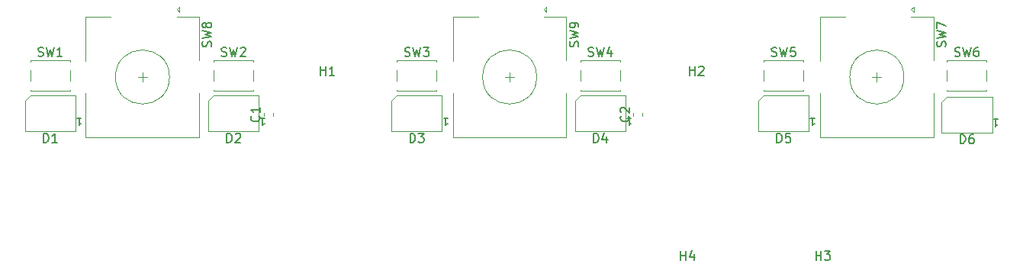
<source format=gbr>
%TF.GenerationSoftware,KiCad,Pcbnew,8.0.8*%
%TF.CreationDate,2025-04-07T15:23:35+02:00*%
%TF.ProjectId,tv25-btn+Rot,74763235-2d62-4746-9e2b-526f742e6b69,rev?*%
%TF.SameCoordinates,Original*%
%TF.FileFunction,Legend,Top*%
%TF.FilePolarity,Positive*%
%FSLAX46Y46*%
G04 Gerber Fmt 4.6, Leading zero omitted, Abs format (unit mm)*
G04 Created by KiCad (PCBNEW 8.0.8) date 2025-04-07 15:23:35*
%MOMM*%
%LPD*%
G01*
G04 APERTURE LIST*
%ADD10C,0.150000*%
%ADD11C,0.120000*%
G04 APERTURE END LIST*
D10*
X148616667Y-48607200D02*
X148759524Y-48654819D01*
X148759524Y-48654819D02*
X148997619Y-48654819D01*
X148997619Y-48654819D02*
X149092857Y-48607200D01*
X149092857Y-48607200D02*
X149140476Y-48559580D01*
X149140476Y-48559580D02*
X149188095Y-48464342D01*
X149188095Y-48464342D02*
X149188095Y-48369104D01*
X149188095Y-48369104D02*
X149140476Y-48273866D01*
X149140476Y-48273866D02*
X149092857Y-48226247D01*
X149092857Y-48226247D02*
X148997619Y-48178628D01*
X148997619Y-48178628D02*
X148807143Y-48131009D01*
X148807143Y-48131009D02*
X148711905Y-48083390D01*
X148711905Y-48083390D02*
X148664286Y-48035771D01*
X148664286Y-48035771D02*
X148616667Y-47940533D01*
X148616667Y-47940533D02*
X148616667Y-47845295D01*
X148616667Y-47845295D02*
X148664286Y-47750057D01*
X148664286Y-47750057D02*
X148711905Y-47702438D01*
X148711905Y-47702438D02*
X148807143Y-47654819D01*
X148807143Y-47654819D02*
X149045238Y-47654819D01*
X149045238Y-47654819D02*
X149188095Y-47702438D01*
X149521429Y-47654819D02*
X149759524Y-48654819D01*
X149759524Y-48654819D02*
X149950000Y-47940533D01*
X149950000Y-47940533D02*
X150140476Y-48654819D01*
X150140476Y-48654819D02*
X150378572Y-47654819D01*
X150664286Y-47654819D02*
X151283333Y-47654819D01*
X151283333Y-47654819D02*
X150950000Y-48035771D01*
X150950000Y-48035771D02*
X151092857Y-48035771D01*
X151092857Y-48035771D02*
X151188095Y-48083390D01*
X151188095Y-48083390D02*
X151235714Y-48131009D01*
X151235714Y-48131009D02*
X151283333Y-48226247D01*
X151283333Y-48226247D02*
X151283333Y-48464342D01*
X151283333Y-48464342D02*
X151235714Y-48559580D01*
X151235714Y-48559580D02*
X151188095Y-48607200D01*
X151188095Y-48607200D02*
X151092857Y-48654819D01*
X151092857Y-48654819D02*
X150807143Y-48654819D01*
X150807143Y-48654819D02*
X150711905Y-48607200D01*
X150711905Y-48607200D02*
X150664286Y-48559580D01*
X107916667Y-48607200D02*
X108059524Y-48654819D01*
X108059524Y-48654819D02*
X108297619Y-48654819D01*
X108297619Y-48654819D02*
X108392857Y-48607200D01*
X108392857Y-48607200D02*
X108440476Y-48559580D01*
X108440476Y-48559580D02*
X108488095Y-48464342D01*
X108488095Y-48464342D02*
X108488095Y-48369104D01*
X108488095Y-48369104D02*
X108440476Y-48273866D01*
X108440476Y-48273866D02*
X108392857Y-48226247D01*
X108392857Y-48226247D02*
X108297619Y-48178628D01*
X108297619Y-48178628D02*
X108107143Y-48131009D01*
X108107143Y-48131009D02*
X108011905Y-48083390D01*
X108011905Y-48083390D02*
X107964286Y-48035771D01*
X107964286Y-48035771D02*
X107916667Y-47940533D01*
X107916667Y-47940533D02*
X107916667Y-47845295D01*
X107916667Y-47845295D02*
X107964286Y-47750057D01*
X107964286Y-47750057D02*
X108011905Y-47702438D01*
X108011905Y-47702438D02*
X108107143Y-47654819D01*
X108107143Y-47654819D02*
X108345238Y-47654819D01*
X108345238Y-47654819D02*
X108488095Y-47702438D01*
X108821429Y-47654819D02*
X109059524Y-48654819D01*
X109059524Y-48654819D02*
X109250000Y-47940533D01*
X109250000Y-47940533D02*
X109440476Y-48654819D01*
X109440476Y-48654819D02*
X109678572Y-47654819D01*
X110583333Y-48654819D02*
X110011905Y-48654819D01*
X110297619Y-48654819D02*
X110297619Y-47654819D01*
X110297619Y-47654819D02*
X110202381Y-47797676D01*
X110202381Y-47797676D02*
X110107143Y-47892914D01*
X110107143Y-47892914D02*
X110011905Y-47940533D01*
X209666667Y-48607200D02*
X209809524Y-48654819D01*
X209809524Y-48654819D02*
X210047619Y-48654819D01*
X210047619Y-48654819D02*
X210142857Y-48607200D01*
X210142857Y-48607200D02*
X210190476Y-48559580D01*
X210190476Y-48559580D02*
X210238095Y-48464342D01*
X210238095Y-48464342D02*
X210238095Y-48369104D01*
X210238095Y-48369104D02*
X210190476Y-48273866D01*
X210190476Y-48273866D02*
X210142857Y-48226247D01*
X210142857Y-48226247D02*
X210047619Y-48178628D01*
X210047619Y-48178628D02*
X209857143Y-48131009D01*
X209857143Y-48131009D02*
X209761905Y-48083390D01*
X209761905Y-48083390D02*
X209714286Y-48035771D01*
X209714286Y-48035771D02*
X209666667Y-47940533D01*
X209666667Y-47940533D02*
X209666667Y-47845295D01*
X209666667Y-47845295D02*
X209714286Y-47750057D01*
X209714286Y-47750057D02*
X209761905Y-47702438D01*
X209761905Y-47702438D02*
X209857143Y-47654819D01*
X209857143Y-47654819D02*
X210095238Y-47654819D01*
X210095238Y-47654819D02*
X210238095Y-47702438D01*
X210571429Y-47654819D02*
X210809524Y-48654819D01*
X210809524Y-48654819D02*
X211000000Y-47940533D01*
X211000000Y-47940533D02*
X211190476Y-48654819D01*
X211190476Y-48654819D02*
X211428572Y-47654819D01*
X212238095Y-47654819D02*
X212047619Y-47654819D01*
X212047619Y-47654819D02*
X211952381Y-47702438D01*
X211952381Y-47702438D02*
X211904762Y-47750057D01*
X211904762Y-47750057D02*
X211809524Y-47892914D01*
X211809524Y-47892914D02*
X211761905Y-48083390D01*
X211761905Y-48083390D02*
X211761905Y-48464342D01*
X211761905Y-48464342D02*
X211809524Y-48559580D01*
X211809524Y-48559580D02*
X211857143Y-48607200D01*
X211857143Y-48607200D02*
X211952381Y-48654819D01*
X211952381Y-48654819D02*
X212142857Y-48654819D01*
X212142857Y-48654819D02*
X212238095Y-48607200D01*
X212238095Y-48607200D02*
X212285714Y-48559580D01*
X212285714Y-48559580D02*
X212333333Y-48464342D01*
X212333333Y-48464342D02*
X212333333Y-48226247D01*
X212333333Y-48226247D02*
X212285714Y-48131009D01*
X212285714Y-48131009D02*
X212238095Y-48083390D01*
X212238095Y-48083390D02*
X212142857Y-48035771D01*
X212142857Y-48035771D02*
X211952381Y-48035771D01*
X211952381Y-48035771D02*
X211857143Y-48083390D01*
X211857143Y-48083390D02*
X211809524Y-48131009D01*
X211809524Y-48131009D02*
X211761905Y-48226247D01*
X189316667Y-48607200D02*
X189459524Y-48654819D01*
X189459524Y-48654819D02*
X189697619Y-48654819D01*
X189697619Y-48654819D02*
X189792857Y-48607200D01*
X189792857Y-48607200D02*
X189840476Y-48559580D01*
X189840476Y-48559580D02*
X189888095Y-48464342D01*
X189888095Y-48464342D02*
X189888095Y-48369104D01*
X189888095Y-48369104D02*
X189840476Y-48273866D01*
X189840476Y-48273866D02*
X189792857Y-48226247D01*
X189792857Y-48226247D02*
X189697619Y-48178628D01*
X189697619Y-48178628D02*
X189507143Y-48131009D01*
X189507143Y-48131009D02*
X189411905Y-48083390D01*
X189411905Y-48083390D02*
X189364286Y-48035771D01*
X189364286Y-48035771D02*
X189316667Y-47940533D01*
X189316667Y-47940533D02*
X189316667Y-47845295D01*
X189316667Y-47845295D02*
X189364286Y-47750057D01*
X189364286Y-47750057D02*
X189411905Y-47702438D01*
X189411905Y-47702438D02*
X189507143Y-47654819D01*
X189507143Y-47654819D02*
X189745238Y-47654819D01*
X189745238Y-47654819D02*
X189888095Y-47702438D01*
X190221429Y-47654819D02*
X190459524Y-48654819D01*
X190459524Y-48654819D02*
X190650000Y-47940533D01*
X190650000Y-47940533D02*
X190840476Y-48654819D01*
X190840476Y-48654819D02*
X191078572Y-47654819D01*
X191935714Y-47654819D02*
X191459524Y-47654819D01*
X191459524Y-47654819D02*
X191411905Y-48131009D01*
X191411905Y-48131009D02*
X191459524Y-48083390D01*
X191459524Y-48083390D02*
X191554762Y-48035771D01*
X191554762Y-48035771D02*
X191792857Y-48035771D01*
X191792857Y-48035771D02*
X191888095Y-48083390D01*
X191888095Y-48083390D02*
X191935714Y-48131009D01*
X191935714Y-48131009D02*
X191983333Y-48226247D01*
X191983333Y-48226247D02*
X191983333Y-48464342D01*
X191983333Y-48464342D02*
X191935714Y-48559580D01*
X191935714Y-48559580D02*
X191888095Y-48607200D01*
X191888095Y-48607200D02*
X191792857Y-48654819D01*
X191792857Y-48654819D02*
X191554762Y-48654819D01*
X191554762Y-48654819D02*
X191459524Y-48607200D01*
X191459524Y-48607200D02*
X191411905Y-48559580D01*
X168966667Y-48607200D02*
X169109524Y-48654819D01*
X169109524Y-48654819D02*
X169347619Y-48654819D01*
X169347619Y-48654819D02*
X169442857Y-48607200D01*
X169442857Y-48607200D02*
X169490476Y-48559580D01*
X169490476Y-48559580D02*
X169538095Y-48464342D01*
X169538095Y-48464342D02*
X169538095Y-48369104D01*
X169538095Y-48369104D02*
X169490476Y-48273866D01*
X169490476Y-48273866D02*
X169442857Y-48226247D01*
X169442857Y-48226247D02*
X169347619Y-48178628D01*
X169347619Y-48178628D02*
X169157143Y-48131009D01*
X169157143Y-48131009D02*
X169061905Y-48083390D01*
X169061905Y-48083390D02*
X169014286Y-48035771D01*
X169014286Y-48035771D02*
X168966667Y-47940533D01*
X168966667Y-47940533D02*
X168966667Y-47845295D01*
X168966667Y-47845295D02*
X169014286Y-47750057D01*
X169014286Y-47750057D02*
X169061905Y-47702438D01*
X169061905Y-47702438D02*
X169157143Y-47654819D01*
X169157143Y-47654819D02*
X169395238Y-47654819D01*
X169395238Y-47654819D02*
X169538095Y-47702438D01*
X169871429Y-47654819D02*
X170109524Y-48654819D01*
X170109524Y-48654819D02*
X170300000Y-47940533D01*
X170300000Y-47940533D02*
X170490476Y-48654819D01*
X170490476Y-48654819D02*
X170728572Y-47654819D01*
X171538095Y-47988152D02*
X171538095Y-48654819D01*
X171300000Y-47607200D02*
X171061905Y-48321485D01*
X171061905Y-48321485D02*
X171680952Y-48321485D01*
X167857200Y-47583332D02*
X167904819Y-47440475D01*
X167904819Y-47440475D02*
X167904819Y-47202380D01*
X167904819Y-47202380D02*
X167857200Y-47107142D01*
X167857200Y-47107142D02*
X167809580Y-47059523D01*
X167809580Y-47059523D02*
X167714342Y-47011904D01*
X167714342Y-47011904D02*
X167619104Y-47011904D01*
X167619104Y-47011904D02*
X167523866Y-47059523D01*
X167523866Y-47059523D02*
X167476247Y-47107142D01*
X167476247Y-47107142D02*
X167428628Y-47202380D01*
X167428628Y-47202380D02*
X167381009Y-47392856D01*
X167381009Y-47392856D02*
X167333390Y-47488094D01*
X167333390Y-47488094D02*
X167285771Y-47535713D01*
X167285771Y-47535713D02*
X167190533Y-47583332D01*
X167190533Y-47583332D02*
X167095295Y-47583332D01*
X167095295Y-47583332D02*
X167000057Y-47535713D01*
X167000057Y-47535713D02*
X166952438Y-47488094D01*
X166952438Y-47488094D02*
X166904819Y-47392856D01*
X166904819Y-47392856D02*
X166904819Y-47154761D01*
X166904819Y-47154761D02*
X166952438Y-47011904D01*
X166904819Y-46678570D02*
X167904819Y-46440475D01*
X167904819Y-46440475D02*
X167190533Y-46249999D01*
X167190533Y-46249999D02*
X167904819Y-46059523D01*
X167904819Y-46059523D02*
X166904819Y-45821428D01*
X167904819Y-45392856D02*
X167904819Y-45202380D01*
X167904819Y-45202380D02*
X167857200Y-45107142D01*
X167857200Y-45107142D02*
X167809580Y-45059523D01*
X167809580Y-45059523D02*
X167666723Y-44964285D01*
X167666723Y-44964285D02*
X167476247Y-44916666D01*
X167476247Y-44916666D02*
X167095295Y-44916666D01*
X167095295Y-44916666D02*
X167000057Y-44964285D01*
X167000057Y-44964285D02*
X166952438Y-45011904D01*
X166952438Y-45011904D02*
X166904819Y-45107142D01*
X166904819Y-45107142D02*
X166904819Y-45297618D01*
X166904819Y-45297618D02*
X166952438Y-45392856D01*
X166952438Y-45392856D02*
X167000057Y-45440475D01*
X167000057Y-45440475D02*
X167095295Y-45488094D01*
X167095295Y-45488094D02*
X167333390Y-45488094D01*
X167333390Y-45488094D02*
X167428628Y-45440475D01*
X167428628Y-45440475D02*
X167476247Y-45392856D01*
X167476247Y-45392856D02*
X167523866Y-45297618D01*
X167523866Y-45297618D02*
X167523866Y-45107142D01*
X167523866Y-45107142D02*
X167476247Y-45011904D01*
X167476247Y-45011904D02*
X167428628Y-44964285D01*
X167428628Y-44964285D02*
X167333390Y-44916666D01*
X180238095Y-50754819D02*
X180238095Y-49754819D01*
X180238095Y-50231009D02*
X180809523Y-50231009D01*
X180809523Y-50754819D02*
X180809523Y-49754819D01*
X181238095Y-49850057D02*
X181285714Y-49802438D01*
X181285714Y-49802438D02*
X181380952Y-49754819D01*
X181380952Y-49754819D02*
X181619047Y-49754819D01*
X181619047Y-49754819D02*
X181714285Y-49802438D01*
X181714285Y-49802438D02*
X181761904Y-49850057D01*
X181761904Y-49850057D02*
X181809523Y-49945295D01*
X181809523Y-49945295D02*
X181809523Y-50040533D01*
X181809523Y-50040533D02*
X181761904Y-50183390D01*
X181761904Y-50183390D02*
X181190476Y-50754819D01*
X181190476Y-50754819D02*
X181809523Y-50754819D01*
X139238095Y-50754819D02*
X139238095Y-49754819D01*
X139238095Y-50231009D02*
X139809523Y-50231009D01*
X139809523Y-50754819D02*
X139809523Y-49754819D01*
X140809523Y-50754819D02*
X140238095Y-50754819D01*
X140523809Y-50754819D02*
X140523809Y-49754819D01*
X140523809Y-49754819D02*
X140428571Y-49897676D01*
X140428571Y-49897676D02*
X140333333Y-49992914D01*
X140333333Y-49992914D02*
X140238095Y-50040533D01*
X132429580Y-55271666D02*
X132477200Y-55319285D01*
X132477200Y-55319285D02*
X132524819Y-55462142D01*
X132524819Y-55462142D02*
X132524819Y-55557380D01*
X132524819Y-55557380D02*
X132477200Y-55700237D01*
X132477200Y-55700237D02*
X132381961Y-55795475D01*
X132381961Y-55795475D02*
X132286723Y-55843094D01*
X132286723Y-55843094D02*
X132096247Y-55890713D01*
X132096247Y-55890713D02*
X131953390Y-55890713D01*
X131953390Y-55890713D02*
X131762914Y-55843094D01*
X131762914Y-55843094D02*
X131667676Y-55795475D01*
X131667676Y-55795475D02*
X131572438Y-55700237D01*
X131572438Y-55700237D02*
X131524819Y-55557380D01*
X131524819Y-55557380D02*
X131524819Y-55462142D01*
X131524819Y-55462142D02*
X131572438Y-55319285D01*
X131572438Y-55319285D02*
X131620057Y-55271666D01*
X132524819Y-54319285D02*
X132524819Y-54890713D01*
X132524819Y-54604999D02*
X131524819Y-54604999D01*
X131524819Y-54604999D02*
X131667676Y-54700237D01*
X131667676Y-54700237D02*
X131762914Y-54795475D01*
X131762914Y-54795475D02*
X131810533Y-54890713D01*
X189911905Y-58209819D02*
X189911905Y-57209819D01*
X189911905Y-57209819D02*
X190150000Y-57209819D01*
X190150000Y-57209819D02*
X190292857Y-57257438D01*
X190292857Y-57257438D02*
X190388095Y-57352676D01*
X190388095Y-57352676D02*
X190435714Y-57447914D01*
X190435714Y-57447914D02*
X190483333Y-57638390D01*
X190483333Y-57638390D02*
X190483333Y-57781247D01*
X190483333Y-57781247D02*
X190435714Y-57971723D01*
X190435714Y-57971723D02*
X190388095Y-58066961D01*
X190388095Y-58066961D02*
X190292857Y-58162200D01*
X190292857Y-58162200D02*
X190150000Y-58209819D01*
X190150000Y-58209819D02*
X189911905Y-58209819D01*
X191388095Y-57209819D02*
X190911905Y-57209819D01*
X190911905Y-57209819D02*
X190864286Y-57686009D01*
X190864286Y-57686009D02*
X190911905Y-57638390D01*
X190911905Y-57638390D02*
X191007143Y-57590771D01*
X191007143Y-57590771D02*
X191245238Y-57590771D01*
X191245238Y-57590771D02*
X191340476Y-57638390D01*
X191340476Y-57638390D02*
X191388095Y-57686009D01*
X191388095Y-57686009D02*
X191435714Y-57781247D01*
X191435714Y-57781247D02*
X191435714Y-58019342D01*
X191435714Y-58019342D02*
X191388095Y-58114580D01*
X191388095Y-58114580D02*
X191340476Y-58162200D01*
X191340476Y-58162200D02*
X191245238Y-58209819D01*
X191245238Y-58209819D02*
X191007143Y-58209819D01*
X191007143Y-58209819D02*
X190911905Y-58162200D01*
X190911905Y-58162200D02*
X190864286Y-58114580D01*
X193621428Y-55517704D02*
X194078571Y-55517704D01*
X193849999Y-55517704D02*
X193849999Y-56317704D01*
X193849999Y-56317704D02*
X193926190Y-56203419D01*
X193926190Y-56203419D02*
X194002380Y-56127228D01*
X194002380Y-56127228D02*
X194078571Y-56089133D01*
X169561905Y-58209819D02*
X169561905Y-57209819D01*
X169561905Y-57209819D02*
X169800000Y-57209819D01*
X169800000Y-57209819D02*
X169942857Y-57257438D01*
X169942857Y-57257438D02*
X170038095Y-57352676D01*
X170038095Y-57352676D02*
X170085714Y-57447914D01*
X170085714Y-57447914D02*
X170133333Y-57638390D01*
X170133333Y-57638390D02*
X170133333Y-57781247D01*
X170133333Y-57781247D02*
X170085714Y-57971723D01*
X170085714Y-57971723D02*
X170038095Y-58066961D01*
X170038095Y-58066961D02*
X169942857Y-58162200D01*
X169942857Y-58162200D02*
X169800000Y-58209819D01*
X169800000Y-58209819D02*
X169561905Y-58209819D01*
X170990476Y-57543152D02*
X170990476Y-58209819D01*
X170752381Y-57162200D02*
X170514286Y-57876485D01*
X170514286Y-57876485D02*
X171133333Y-57876485D01*
X173271428Y-55517704D02*
X173728571Y-55517704D01*
X173499999Y-55517704D02*
X173499999Y-56317704D01*
X173499999Y-56317704D02*
X173576190Y-56203419D01*
X173576190Y-56203419D02*
X173652380Y-56127228D01*
X173652380Y-56127228D02*
X173728571Y-56089133D01*
X149211905Y-58209819D02*
X149211905Y-57209819D01*
X149211905Y-57209819D02*
X149450000Y-57209819D01*
X149450000Y-57209819D02*
X149592857Y-57257438D01*
X149592857Y-57257438D02*
X149688095Y-57352676D01*
X149688095Y-57352676D02*
X149735714Y-57447914D01*
X149735714Y-57447914D02*
X149783333Y-57638390D01*
X149783333Y-57638390D02*
X149783333Y-57781247D01*
X149783333Y-57781247D02*
X149735714Y-57971723D01*
X149735714Y-57971723D02*
X149688095Y-58066961D01*
X149688095Y-58066961D02*
X149592857Y-58162200D01*
X149592857Y-58162200D02*
X149450000Y-58209819D01*
X149450000Y-58209819D02*
X149211905Y-58209819D01*
X150116667Y-57209819D02*
X150735714Y-57209819D01*
X150735714Y-57209819D02*
X150402381Y-57590771D01*
X150402381Y-57590771D02*
X150545238Y-57590771D01*
X150545238Y-57590771D02*
X150640476Y-57638390D01*
X150640476Y-57638390D02*
X150688095Y-57686009D01*
X150688095Y-57686009D02*
X150735714Y-57781247D01*
X150735714Y-57781247D02*
X150735714Y-58019342D01*
X150735714Y-58019342D02*
X150688095Y-58114580D01*
X150688095Y-58114580D02*
X150640476Y-58162200D01*
X150640476Y-58162200D02*
X150545238Y-58209819D01*
X150545238Y-58209819D02*
X150259524Y-58209819D01*
X150259524Y-58209819D02*
X150164286Y-58162200D01*
X150164286Y-58162200D02*
X150116667Y-58114580D01*
X152921428Y-55517704D02*
X153378571Y-55517704D01*
X153149999Y-55517704D02*
X153149999Y-56317704D01*
X153149999Y-56317704D02*
X153226190Y-56203419D01*
X153226190Y-56203419D02*
X153302380Y-56127228D01*
X153302380Y-56127228D02*
X153378571Y-56089133D01*
X108511905Y-58209819D02*
X108511905Y-57209819D01*
X108511905Y-57209819D02*
X108750000Y-57209819D01*
X108750000Y-57209819D02*
X108892857Y-57257438D01*
X108892857Y-57257438D02*
X108988095Y-57352676D01*
X108988095Y-57352676D02*
X109035714Y-57447914D01*
X109035714Y-57447914D02*
X109083333Y-57638390D01*
X109083333Y-57638390D02*
X109083333Y-57781247D01*
X109083333Y-57781247D02*
X109035714Y-57971723D01*
X109035714Y-57971723D02*
X108988095Y-58066961D01*
X108988095Y-58066961D02*
X108892857Y-58162200D01*
X108892857Y-58162200D02*
X108750000Y-58209819D01*
X108750000Y-58209819D02*
X108511905Y-58209819D01*
X110035714Y-58209819D02*
X109464286Y-58209819D01*
X109750000Y-58209819D02*
X109750000Y-57209819D01*
X109750000Y-57209819D02*
X109654762Y-57352676D01*
X109654762Y-57352676D02*
X109559524Y-57447914D01*
X109559524Y-57447914D02*
X109464286Y-57495533D01*
X112221428Y-55517704D02*
X112678571Y-55517704D01*
X112449999Y-55517704D02*
X112449999Y-56317704D01*
X112449999Y-56317704D02*
X112526190Y-56203419D01*
X112526190Y-56203419D02*
X112602380Y-56127228D01*
X112602380Y-56127228D02*
X112678571Y-56089133D01*
X179238095Y-71254819D02*
X179238095Y-70254819D01*
X179238095Y-70731009D02*
X179809523Y-70731009D01*
X179809523Y-71254819D02*
X179809523Y-70254819D01*
X180714285Y-70588152D02*
X180714285Y-71254819D01*
X180476190Y-70207200D02*
X180238095Y-70921485D01*
X180238095Y-70921485D02*
X180857142Y-70921485D01*
X210261905Y-58329819D02*
X210261905Y-57329819D01*
X210261905Y-57329819D02*
X210500000Y-57329819D01*
X210500000Y-57329819D02*
X210642857Y-57377438D01*
X210642857Y-57377438D02*
X210738095Y-57472676D01*
X210738095Y-57472676D02*
X210785714Y-57567914D01*
X210785714Y-57567914D02*
X210833333Y-57758390D01*
X210833333Y-57758390D02*
X210833333Y-57901247D01*
X210833333Y-57901247D02*
X210785714Y-58091723D01*
X210785714Y-58091723D02*
X210738095Y-58186961D01*
X210738095Y-58186961D02*
X210642857Y-58282200D01*
X210642857Y-58282200D02*
X210500000Y-58329819D01*
X210500000Y-58329819D02*
X210261905Y-58329819D01*
X211690476Y-57329819D02*
X211500000Y-57329819D01*
X211500000Y-57329819D02*
X211404762Y-57377438D01*
X211404762Y-57377438D02*
X211357143Y-57425057D01*
X211357143Y-57425057D02*
X211261905Y-57567914D01*
X211261905Y-57567914D02*
X211214286Y-57758390D01*
X211214286Y-57758390D02*
X211214286Y-58139342D01*
X211214286Y-58139342D02*
X211261905Y-58234580D01*
X211261905Y-58234580D02*
X211309524Y-58282200D01*
X211309524Y-58282200D02*
X211404762Y-58329819D01*
X211404762Y-58329819D02*
X211595238Y-58329819D01*
X211595238Y-58329819D02*
X211690476Y-58282200D01*
X211690476Y-58282200D02*
X211738095Y-58234580D01*
X211738095Y-58234580D02*
X211785714Y-58139342D01*
X211785714Y-58139342D02*
X211785714Y-57901247D01*
X211785714Y-57901247D02*
X211738095Y-57806009D01*
X211738095Y-57806009D02*
X211690476Y-57758390D01*
X211690476Y-57758390D02*
X211595238Y-57710771D01*
X211595238Y-57710771D02*
X211404762Y-57710771D01*
X211404762Y-57710771D02*
X211309524Y-57758390D01*
X211309524Y-57758390D02*
X211261905Y-57806009D01*
X211261905Y-57806009D02*
X211214286Y-57901247D01*
X213971428Y-55637704D02*
X214428571Y-55637704D01*
X214199999Y-55637704D02*
X214199999Y-56437704D01*
X214199999Y-56437704D02*
X214276190Y-56323419D01*
X214276190Y-56323419D02*
X214352380Y-56247228D01*
X214352380Y-56247228D02*
X214428571Y-56209133D01*
X173429580Y-55271666D02*
X173477200Y-55319285D01*
X173477200Y-55319285D02*
X173524819Y-55462142D01*
X173524819Y-55462142D02*
X173524819Y-55557380D01*
X173524819Y-55557380D02*
X173477200Y-55700237D01*
X173477200Y-55700237D02*
X173381961Y-55795475D01*
X173381961Y-55795475D02*
X173286723Y-55843094D01*
X173286723Y-55843094D02*
X173096247Y-55890713D01*
X173096247Y-55890713D02*
X172953390Y-55890713D01*
X172953390Y-55890713D02*
X172762914Y-55843094D01*
X172762914Y-55843094D02*
X172667676Y-55795475D01*
X172667676Y-55795475D02*
X172572438Y-55700237D01*
X172572438Y-55700237D02*
X172524819Y-55557380D01*
X172524819Y-55557380D02*
X172524819Y-55462142D01*
X172524819Y-55462142D02*
X172572438Y-55319285D01*
X172572438Y-55319285D02*
X172620057Y-55271666D01*
X172620057Y-54890713D02*
X172572438Y-54843094D01*
X172572438Y-54843094D02*
X172524819Y-54747856D01*
X172524819Y-54747856D02*
X172524819Y-54509761D01*
X172524819Y-54509761D02*
X172572438Y-54414523D01*
X172572438Y-54414523D02*
X172620057Y-54366904D01*
X172620057Y-54366904D02*
X172715295Y-54319285D01*
X172715295Y-54319285D02*
X172810533Y-54319285D01*
X172810533Y-54319285D02*
X172953390Y-54366904D01*
X172953390Y-54366904D02*
X173524819Y-54938332D01*
X173524819Y-54938332D02*
X173524819Y-54319285D01*
X194238095Y-71254819D02*
X194238095Y-70254819D01*
X194238095Y-70731009D02*
X194809523Y-70731009D01*
X194809523Y-71254819D02*
X194809523Y-70254819D01*
X195190476Y-70254819D02*
X195809523Y-70254819D01*
X195809523Y-70254819D02*
X195476190Y-70635771D01*
X195476190Y-70635771D02*
X195619047Y-70635771D01*
X195619047Y-70635771D02*
X195714285Y-70683390D01*
X195714285Y-70683390D02*
X195761904Y-70731009D01*
X195761904Y-70731009D02*
X195809523Y-70826247D01*
X195809523Y-70826247D02*
X195809523Y-71064342D01*
X195809523Y-71064342D02*
X195761904Y-71159580D01*
X195761904Y-71159580D02*
X195714285Y-71207200D01*
X195714285Y-71207200D02*
X195619047Y-71254819D01*
X195619047Y-71254819D02*
X195333333Y-71254819D01*
X195333333Y-71254819D02*
X195238095Y-71207200D01*
X195238095Y-71207200D02*
X195190476Y-71159580D01*
X128266667Y-48607200D02*
X128409524Y-48654819D01*
X128409524Y-48654819D02*
X128647619Y-48654819D01*
X128647619Y-48654819D02*
X128742857Y-48607200D01*
X128742857Y-48607200D02*
X128790476Y-48559580D01*
X128790476Y-48559580D02*
X128838095Y-48464342D01*
X128838095Y-48464342D02*
X128838095Y-48369104D01*
X128838095Y-48369104D02*
X128790476Y-48273866D01*
X128790476Y-48273866D02*
X128742857Y-48226247D01*
X128742857Y-48226247D02*
X128647619Y-48178628D01*
X128647619Y-48178628D02*
X128457143Y-48131009D01*
X128457143Y-48131009D02*
X128361905Y-48083390D01*
X128361905Y-48083390D02*
X128314286Y-48035771D01*
X128314286Y-48035771D02*
X128266667Y-47940533D01*
X128266667Y-47940533D02*
X128266667Y-47845295D01*
X128266667Y-47845295D02*
X128314286Y-47750057D01*
X128314286Y-47750057D02*
X128361905Y-47702438D01*
X128361905Y-47702438D02*
X128457143Y-47654819D01*
X128457143Y-47654819D02*
X128695238Y-47654819D01*
X128695238Y-47654819D02*
X128838095Y-47702438D01*
X129171429Y-47654819D02*
X129409524Y-48654819D01*
X129409524Y-48654819D02*
X129600000Y-47940533D01*
X129600000Y-47940533D02*
X129790476Y-48654819D01*
X129790476Y-48654819D02*
X130028572Y-47654819D01*
X130361905Y-47750057D02*
X130409524Y-47702438D01*
X130409524Y-47702438D02*
X130504762Y-47654819D01*
X130504762Y-47654819D02*
X130742857Y-47654819D01*
X130742857Y-47654819D02*
X130838095Y-47702438D01*
X130838095Y-47702438D02*
X130885714Y-47750057D01*
X130885714Y-47750057D02*
X130933333Y-47845295D01*
X130933333Y-47845295D02*
X130933333Y-47940533D01*
X130933333Y-47940533D02*
X130885714Y-48083390D01*
X130885714Y-48083390D02*
X130314286Y-48654819D01*
X130314286Y-48654819D02*
X130933333Y-48654819D01*
X128861905Y-58209819D02*
X128861905Y-57209819D01*
X128861905Y-57209819D02*
X129100000Y-57209819D01*
X129100000Y-57209819D02*
X129242857Y-57257438D01*
X129242857Y-57257438D02*
X129338095Y-57352676D01*
X129338095Y-57352676D02*
X129385714Y-57447914D01*
X129385714Y-57447914D02*
X129433333Y-57638390D01*
X129433333Y-57638390D02*
X129433333Y-57781247D01*
X129433333Y-57781247D02*
X129385714Y-57971723D01*
X129385714Y-57971723D02*
X129338095Y-58066961D01*
X129338095Y-58066961D02*
X129242857Y-58162200D01*
X129242857Y-58162200D02*
X129100000Y-58209819D01*
X129100000Y-58209819D02*
X128861905Y-58209819D01*
X129814286Y-57305057D02*
X129861905Y-57257438D01*
X129861905Y-57257438D02*
X129957143Y-57209819D01*
X129957143Y-57209819D02*
X130195238Y-57209819D01*
X130195238Y-57209819D02*
X130290476Y-57257438D01*
X130290476Y-57257438D02*
X130338095Y-57305057D01*
X130338095Y-57305057D02*
X130385714Y-57400295D01*
X130385714Y-57400295D02*
X130385714Y-57495533D01*
X130385714Y-57495533D02*
X130338095Y-57638390D01*
X130338095Y-57638390D02*
X129766667Y-58209819D01*
X129766667Y-58209819D02*
X130385714Y-58209819D01*
X132571428Y-55517704D02*
X133028571Y-55517704D01*
X132799999Y-55517704D02*
X132799999Y-56317704D01*
X132799999Y-56317704D02*
X132876190Y-56203419D01*
X132876190Y-56203419D02*
X132952380Y-56127228D01*
X132952380Y-56127228D02*
X133028571Y-56089133D01*
X208607200Y-47583332D02*
X208654819Y-47440475D01*
X208654819Y-47440475D02*
X208654819Y-47202380D01*
X208654819Y-47202380D02*
X208607200Y-47107142D01*
X208607200Y-47107142D02*
X208559580Y-47059523D01*
X208559580Y-47059523D02*
X208464342Y-47011904D01*
X208464342Y-47011904D02*
X208369104Y-47011904D01*
X208369104Y-47011904D02*
X208273866Y-47059523D01*
X208273866Y-47059523D02*
X208226247Y-47107142D01*
X208226247Y-47107142D02*
X208178628Y-47202380D01*
X208178628Y-47202380D02*
X208131009Y-47392856D01*
X208131009Y-47392856D02*
X208083390Y-47488094D01*
X208083390Y-47488094D02*
X208035771Y-47535713D01*
X208035771Y-47535713D02*
X207940533Y-47583332D01*
X207940533Y-47583332D02*
X207845295Y-47583332D01*
X207845295Y-47583332D02*
X207750057Y-47535713D01*
X207750057Y-47535713D02*
X207702438Y-47488094D01*
X207702438Y-47488094D02*
X207654819Y-47392856D01*
X207654819Y-47392856D02*
X207654819Y-47154761D01*
X207654819Y-47154761D02*
X207702438Y-47011904D01*
X207654819Y-46678570D02*
X208654819Y-46440475D01*
X208654819Y-46440475D02*
X207940533Y-46249999D01*
X207940533Y-46249999D02*
X208654819Y-46059523D01*
X208654819Y-46059523D02*
X207654819Y-45821428D01*
X207654819Y-45535713D02*
X207654819Y-44869047D01*
X207654819Y-44869047D02*
X208654819Y-45297618D01*
X127107200Y-47583332D02*
X127154819Y-47440475D01*
X127154819Y-47440475D02*
X127154819Y-47202380D01*
X127154819Y-47202380D02*
X127107200Y-47107142D01*
X127107200Y-47107142D02*
X127059580Y-47059523D01*
X127059580Y-47059523D02*
X126964342Y-47011904D01*
X126964342Y-47011904D02*
X126869104Y-47011904D01*
X126869104Y-47011904D02*
X126773866Y-47059523D01*
X126773866Y-47059523D02*
X126726247Y-47107142D01*
X126726247Y-47107142D02*
X126678628Y-47202380D01*
X126678628Y-47202380D02*
X126631009Y-47392856D01*
X126631009Y-47392856D02*
X126583390Y-47488094D01*
X126583390Y-47488094D02*
X126535771Y-47535713D01*
X126535771Y-47535713D02*
X126440533Y-47583332D01*
X126440533Y-47583332D02*
X126345295Y-47583332D01*
X126345295Y-47583332D02*
X126250057Y-47535713D01*
X126250057Y-47535713D02*
X126202438Y-47488094D01*
X126202438Y-47488094D02*
X126154819Y-47392856D01*
X126154819Y-47392856D02*
X126154819Y-47154761D01*
X126154819Y-47154761D02*
X126202438Y-47011904D01*
X126154819Y-46678570D02*
X127154819Y-46440475D01*
X127154819Y-46440475D02*
X126440533Y-46249999D01*
X126440533Y-46249999D02*
X127154819Y-46059523D01*
X127154819Y-46059523D02*
X126154819Y-45821428D01*
X126583390Y-45297618D02*
X126535771Y-45392856D01*
X126535771Y-45392856D02*
X126488152Y-45440475D01*
X126488152Y-45440475D02*
X126392914Y-45488094D01*
X126392914Y-45488094D02*
X126345295Y-45488094D01*
X126345295Y-45488094D02*
X126250057Y-45440475D01*
X126250057Y-45440475D02*
X126202438Y-45392856D01*
X126202438Y-45392856D02*
X126154819Y-45297618D01*
X126154819Y-45297618D02*
X126154819Y-45107142D01*
X126154819Y-45107142D02*
X126202438Y-45011904D01*
X126202438Y-45011904D02*
X126250057Y-44964285D01*
X126250057Y-44964285D02*
X126345295Y-44916666D01*
X126345295Y-44916666D02*
X126392914Y-44916666D01*
X126392914Y-44916666D02*
X126488152Y-44964285D01*
X126488152Y-44964285D02*
X126535771Y-45011904D01*
X126535771Y-45011904D02*
X126583390Y-45107142D01*
X126583390Y-45107142D02*
X126583390Y-45297618D01*
X126583390Y-45297618D02*
X126631009Y-45392856D01*
X126631009Y-45392856D02*
X126678628Y-45440475D01*
X126678628Y-45440475D02*
X126773866Y-45488094D01*
X126773866Y-45488094D02*
X126964342Y-45488094D01*
X126964342Y-45488094D02*
X127059580Y-45440475D01*
X127059580Y-45440475D02*
X127107200Y-45392856D01*
X127107200Y-45392856D02*
X127154819Y-45297618D01*
X127154819Y-45297618D02*
X127154819Y-45107142D01*
X127154819Y-45107142D02*
X127107200Y-45011904D01*
X127107200Y-45011904D02*
X127059580Y-44964285D01*
X127059580Y-44964285D02*
X126964342Y-44916666D01*
X126964342Y-44916666D02*
X126773866Y-44916666D01*
X126773866Y-44916666D02*
X126678628Y-44964285D01*
X126678628Y-44964285D02*
X126631009Y-45011904D01*
X126631009Y-45011904D02*
X126583390Y-45107142D01*
D11*
%TO.C,SW3*%
X147750000Y-49100000D02*
X147750000Y-49220000D01*
X147750000Y-50230000D02*
X147750000Y-51370000D01*
X147750000Y-52380000D02*
X147750000Y-52500000D01*
X147750000Y-52500000D02*
X152150000Y-52500000D01*
X152150000Y-49100000D02*
X147750000Y-49100000D01*
X152150000Y-49220000D02*
X152150000Y-49100000D01*
X152150000Y-51370000D02*
X152150000Y-50230000D01*
X152150000Y-52500000D02*
X152150000Y-52380000D01*
%TO.C,SW1*%
X107050000Y-49100000D02*
X107050000Y-49220000D01*
X107050000Y-50230000D02*
X107050000Y-51370000D01*
X107050000Y-52380000D02*
X107050000Y-52500000D01*
X107050000Y-52500000D02*
X111450000Y-52500000D01*
X111450000Y-49100000D02*
X107050000Y-49100000D01*
X111450000Y-49220000D02*
X111450000Y-49100000D01*
X111450000Y-51370000D02*
X111450000Y-50230000D01*
X111450000Y-52500000D02*
X111450000Y-52380000D01*
%TO.C,SW6*%
X208800000Y-49100000D02*
X208800000Y-49220000D01*
X208800000Y-50230000D02*
X208800000Y-51370000D01*
X208800000Y-52380000D02*
X208800000Y-52500000D01*
X208800000Y-52500000D02*
X213200000Y-52500000D01*
X213200000Y-49100000D02*
X208800000Y-49100000D01*
X213200000Y-49220000D02*
X213200000Y-49100000D01*
X213200000Y-51370000D02*
X213200000Y-50230000D01*
X213200000Y-52500000D02*
X213200000Y-52380000D01*
%TO.C,SW5*%
X188450000Y-49100000D02*
X188450000Y-49220000D01*
X188450000Y-50230000D02*
X188450000Y-51370000D01*
X188450000Y-52380000D02*
X188450000Y-52500000D01*
X188450000Y-52500000D02*
X192850000Y-52500000D01*
X192850000Y-49100000D02*
X188450000Y-49100000D01*
X192850000Y-49220000D02*
X192850000Y-49100000D01*
X192850000Y-51370000D02*
X192850000Y-50230000D01*
X192850000Y-52500000D02*
X192850000Y-52380000D01*
%TO.C,SW4*%
X168100000Y-49100000D02*
X168100000Y-49220000D01*
X168100000Y-50230000D02*
X168100000Y-51370000D01*
X168100000Y-52380000D02*
X168100000Y-52500000D01*
X168100000Y-52500000D02*
X172500000Y-52500000D01*
X172500000Y-49100000D02*
X168100000Y-49100000D01*
X172500000Y-49220000D02*
X172500000Y-49100000D01*
X172500000Y-51370000D02*
X172500000Y-50230000D01*
X172500000Y-52500000D02*
X172500000Y-52380000D01*
%TO.C,SW9*%
X153950000Y-44250000D02*
X156750000Y-44250000D01*
X153950000Y-49150000D02*
X153950000Y-44250000D01*
X153950000Y-57650000D02*
X153950000Y-52750000D01*
X160250000Y-50450000D02*
X160250000Y-51450000D01*
X160750000Y-50950000D02*
X159750000Y-50950000D01*
X164050000Y-43450000D02*
X164350000Y-43150000D01*
X164350000Y-43150000D02*
X164350000Y-43750000D01*
X164350000Y-43750000D02*
X164050000Y-43450000D01*
X166550000Y-44250000D02*
X164050000Y-44250000D01*
X166550000Y-49050000D02*
X166550000Y-44250000D01*
X166550000Y-52750000D02*
X166550000Y-57650000D01*
X166550000Y-57650000D02*
X153950000Y-57650000D01*
X163250000Y-50950000D02*
G75*
G02*
X157250000Y-50950000I-3000000J0D01*
G01*
X157250000Y-50950000D02*
G75*
G02*
X163250000Y-50950000I3000000J0D01*
G01*
%TO.C,C1*%
X132990000Y-55245580D02*
X132990000Y-54964420D01*
X134010000Y-55245580D02*
X134010000Y-54964420D01*
%TO.C,D5*%
X187850000Y-53605000D02*
X187850000Y-57005000D01*
X187850000Y-53605000D02*
X188450000Y-53005000D01*
X193450000Y-53005000D02*
X188450000Y-53005000D01*
X193450000Y-57005000D02*
X187850000Y-57005000D01*
X193450000Y-57005000D02*
X193450000Y-53005000D01*
%TO.C,D4*%
X167500000Y-53605000D02*
X167500000Y-57005000D01*
X167500000Y-53605000D02*
X168100000Y-53005000D01*
X173100000Y-53005000D02*
X168100000Y-53005000D01*
X173100000Y-57005000D02*
X167500000Y-57005000D01*
X173100000Y-57005000D02*
X173100000Y-53005000D01*
%TO.C,D3*%
X147150000Y-53605000D02*
X147150000Y-57005000D01*
X147150000Y-53605000D02*
X147750000Y-53005000D01*
X152750000Y-53005000D02*
X147750000Y-53005000D01*
X152750000Y-57005000D02*
X147150000Y-57005000D01*
X152750000Y-57005000D02*
X152750000Y-53005000D01*
%TO.C,D1*%
X106450000Y-53605000D02*
X106450000Y-57005000D01*
X106450000Y-53605000D02*
X107050000Y-53005000D01*
X112050000Y-53005000D02*
X107050000Y-53005000D01*
X112050000Y-57005000D02*
X106450000Y-57005000D01*
X112050000Y-57005000D02*
X112050000Y-53005000D01*
%TO.C,D6*%
X208200000Y-53725000D02*
X208200000Y-57125000D01*
X208200000Y-53725000D02*
X208800000Y-53125000D01*
X213800000Y-53125000D02*
X208800000Y-53125000D01*
X213800000Y-57125000D02*
X208200000Y-57125000D01*
X213800000Y-57125000D02*
X213800000Y-53125000D01*
%TO.C,C2*%
X173990000Y-55245580D02*
X173990000Y-54964420D01*
X175010000Y-55245580D02*
X175010000Y-54964420D01*
%TO.C,SW2*%
X127400000Y-49100000D02*
X127400000Y-49220000D01*
X127400000Y-50230000D02*
X127400000Y-51370000D01*
X127400000Y-52380000D02*
X127400000Y-52500000D01*
X127400000Y-52500000D02*
X131800000Y-52500000D01*
X131800000Y-49100000D02*
X127400000Y-49100000D01*
X131800000Y-49220000D02*
X131800000Y-49100000D01*
X131800000Y-51370000D02*
X131800000Y-50230000D01*
X131800000Y-52500000D02*
X131800000Y-52380000D01*
%TO.C,D2*%
X126800000Y-53605000D02*
X126800000Y-57005000D01*
X126800000Y-53605000D02*
X127400000Y-53005000D01*
X132400000Y-53005000D02*
X127400000Y-53005000D01*
X132400000Y-57005000D02*
X126800000Y-57005000D01*
X132400000Y-57005000D02*
X132400000Y-53005000D01*
%TO.C,SW7*%
X194700000Y-44250000D02*
X197500000Y-44250000D01*
X194700000Y-49150000D02*
X194700000Y-44250000D01*
X194700000Y-57650000D02*
X194700000Y-52750000D01*
X201000000Y-50450000D02*
X201000000Y-51450000D01*
X201500000Y-50950000D02*
X200500000Y-50950000D01*
X204800000Y-43450000D02*
X205100000Y-43150000D01*
X205100000Y-43150000D02*
X205100000Y-43750000D01*
X205100000Y-43750000D02*
X204800000Y-43450000D01*
X207300000Y-44250000D02*
X204800000Y-44250000D01*
X207300000Y-49050000D02*
X207300000Y-44250000D01*
X207300000Y-52750000D02*
X207300000Y-57650000D01*
X207300000Y-57650000D02*
X194700000Y-57650000D01*
X204000000Y-50950000D02*
G75*
G02*
X198000000Y-50950000I-3000000J0D01*
G01*
X198000000Y-50950000D02*
G75*
G02*
X204000000Y-50950000I3000000J0D01*
G01*
%TO.C,SW8*%
X113200000Y-44250000D02*
X116000000Y-44250000D01*
X113200000Y-49150000D02*
X113200000Y-44250000D01*
X113200000Y-57650000D02*
X113200000Y-52750000D01*
X119500000Y-50450000D02*
X119500000Y-51450000D01*
X120000000Y-50950000D02*
X119000000Y-50950000D01*
X123300000Y-43450000D02*
X123600000Y-43150000D01*
X123600000Y-43150000D02*
X123600000Y-43750000D01*
X123600000Y-43750000D02*
X123300000Y-43450000D01*
X125800000Y-44250000D02*
X123300000Y-44250000D01*
X125800000Y-49050000D02*
X125800000Y-44250000D01*
X125800000Y-52750000D02*
X125800000Y-57650000D01*
X125800000Y-57650000D02*
X113200000Y-57650000D01*
X122500000Y-50950000D02*
G75*
G02*
X116500000Y-50950000I-3000000J0D01*
G01*
X116500000Y-50950000D02*
G75*
G02*
X122500000Y-50950000I3000000J0D01*
G01*
%TD*%
M02*

</source>
